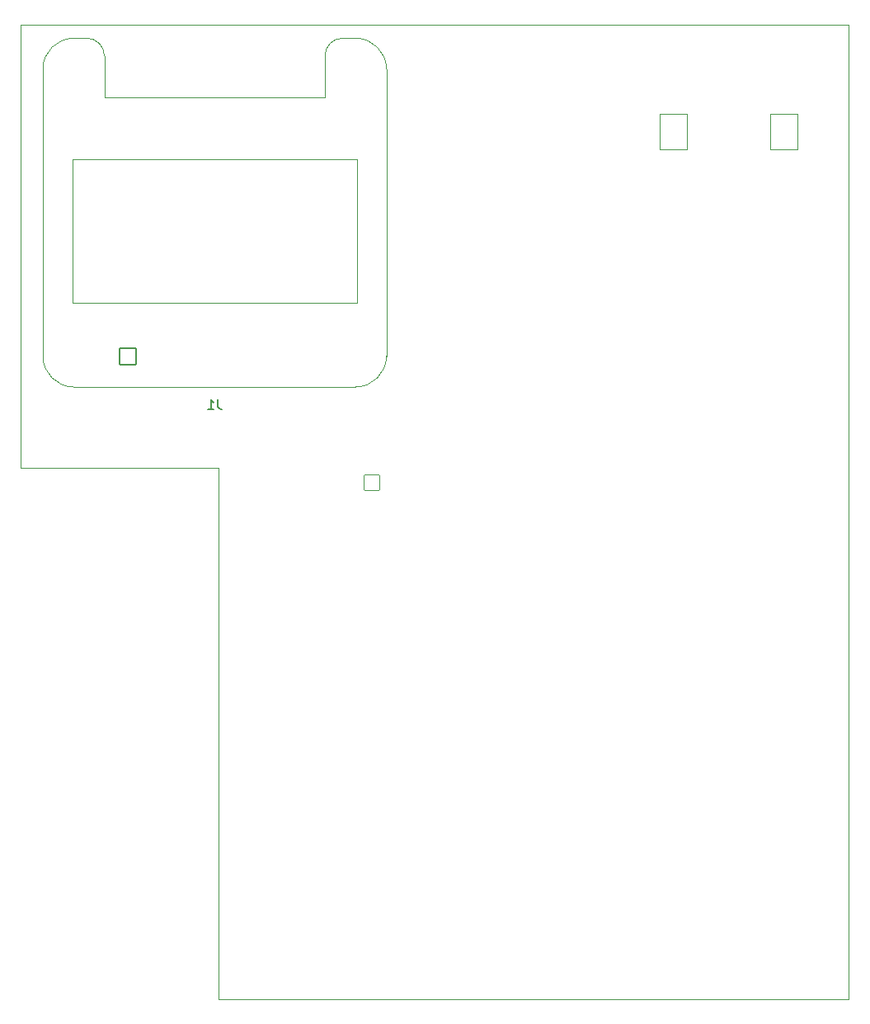
<source format=gbo>
%TF.GenerationSoftware,KiCad,Pcbnew,8.0.3*%
%TF.CreationDate,2024-07-30T19:30:49-07:00*%
%TF.ProjectId,ardxp1,61726478-7031-42e6-9b69-6361645f7063,v0.1*%
%TF.SameCoordinates,Original*%
%TF.FileFunction,Legend,Bot*%
%TF.FilePolarity,Positive*%
%FSLAX46Y46*%
G04 Gerber Fmt 4.6, Leading zero omitted, Abs format (unit mm)*
G04 Created by KiCad (PCBNEW 8.0.3) date 2024-07-30 19:30:49*
%MOMM*%
%LPD*%
G01*
G04 APERTURE LIST*
G04 Aperture macros list*
%AMRoundRect*
0 Rectangle with rounded corners*
0 $1 Rounding radius*
0 $2 $3 $4 $5 $6 $7 $8 $9 X,Y pos of 4 corners*
0 Add a 4 corners polygon primitive as box body*
4,1,4,$2,$3,$4,$5,$6,$7,$8,$9,$2,$3,0*
0 Add four circle primitives for the rounded corners*
1,1,$1+$1,$2,$3*
1,1,$1+$1,$4,$5*
1,1,$1+$1,$6,$7*
1,1,$1+$1,$8,$9*
0 Add four rect primitives between the rounded corners*
20,1,$1+$1,$2,$3,$4,$5,0*
20,1,$1+$1,$4,$5,$6,$7,0*
20,1,$1+$1,$6,$7,$8,$9,0*
20,1,$1+$1,$8,$9,$2,$3,0*%
G04 Aperture macros list end*
%ADD10C,0.150000*%
%ADD11C,0.120000*%
%ADD12RoundRect,0.050000X0.800000X-0.800000X0.800000X0.800000X-0.800000X0.800000X-0.800000X-0.800000X0*%
%ADD13O,1.700000X1.700000*%
%ADD14C,1.500000*%
%ADD15O,1.500000X1.500000*%
%ADD16C,2.100000*%
%ADD17RoundRect,0.050000X-1.400000X-1.800000X1.400000X-1.800000X1.400000X1.800000X-1.400000X1.800000X0*%
%ADD18C,5.100000*%
%ADD19C,1.800000*%
%ADD20RoundRect,0.050000X-0.850000X-0.850000X0.850000X-0.850000X0.850000X0.850000X-0.850000X0.850000X0*%
%ADD21C,2.800000*%
%TA.AperFunction,Profile*%
%ADD22C,0.050000*%
%TD*%
G04 APERTURE END LIST*
D10*
X60223333Y-78454819D02*
X60223333Y-79169104D01*
X60223333Y-79169104D02*
X60270952Y-79311961D01*
X60270952Y-79311961D02*
X60366190Y-79407200D01*
X60366190Y-79407200D02*
X60509047Y-79454819D01*
X60509047Y-79454819D02*
X60604285Y-79454819D01*
X59223333Y-79454819D02*
X59794761Y-79454819D01*
X59509047Y-79454819D02*
X59509047Y-78454819D01*
X59509047Y-78454819D02*
X59604285Y-78597676D01*
X59604285Y-78597676D02*
X59699523Y-78692914D01*
X59699523Y-78692914D02*
X59794761Y-78740533D01*
D11*
%TO.C,J1*%
X77526000Y-74000000D02*
G75*
G02*
X74368000Y-77158000I-3158000J0D01*
G01*
X74368000Y-41378000D02*
G75*
G02*
X77526000Y-44536000I0J-3158000D01*
G01*
X71210000Y-43188000D02*
G75*
G02*
X73016000Y-41378000I1808000J2000D01*
G01*
X46764000Y-41378000D02*
G75*
G02*
X48570000Y-43188000I-2000J-1808000D01*
G01*
X45412000Y-77158000D02*
G75*
G02*
X42254000Y-74000000I1J3158001D01*
G01*
X42254000Y-44536000D02*
G75*
G02*
X45412000Y-41378000I3158001J-1D01*
G01*
X77526000Y-74000000D02*
X77526000Y-44536000D01*
X74478000Y-68522000D02*
X74478000Y-53824000D01*
X74368000Y-77158000D02*
X45412000Y-77158000D01*
X73018000Y-41378000D02*
X74370000Y-41378000D01*
X71210000Y-47474000D02*
X71210000Y-43186000D01*
X48570000Y-47474000D02*
X71210000Y-47474000D01*
X48570000Y-47474000D02*
X48570000Y-43186000D01*
X46762000Y-41378000D02*
X45410000Y-41378000D01*
X45302000Y-68522000D02*
X74478000Y-68522000D01*
X45302000Y-68522000D02*
X45302000Y-53824000D01*
X45302000Y-53824000D02*
X74478000Y-53824000D01*
X42254000Y-74000000D02*
X42254000Y-44536000D01*
%TD*%
%LPC*%
D12*
%TO.C,A1*%
X76000000Y-87000000D03*
D13*
X78540000Y-87000000D03*
X81080000Y-87000000D03*
X83620000Y-87000000D03*
X86160000Y-87000000D03*
X88700000Y-87000000D03*
X91240000Y-87000000D03*
X93780000Y-87000000D03*
X98860000Y-87000000D03*
X101400000Y-87000000D03*
X103940000Y-87000000D03*
X106480000Y-87000000D03*
X109020000Y-87000000D03*
X111560000Y-87000000D03*
X111560000Y-135260000D03*
X109020000Y-135260000D03*
X106480000Y-135260000D03*
X103940000Y-135260000D03*
X101400000Y-135260000D03*
X98860000Y-135260000D03*
X96320000Y-135260000D03*
X93780000Y-135260000D03*
X89720000Y-135260000D03*
X87180000Y-135260000D03*
X84640000Y-135260000D03*
X82100000Y-135260000D03*
X79560000Y-135260000D03*
X77020000Y-135260000D03*
X74480000Y-135260000D03*
X71940000Y-135260000D03*
X69400000Y-135260000D03*
X66860000Y-135260000D03*
%TD*%
D14*
%TO.C,R1*%
X115000000Y-67000000D03*
D15*
X109920000Y-67000000D03*
%TD*%
D14*
%TO.C,R2*%
X100920000Y-64000000D03*
D15*
X95840000Y-64000000D03*
%TD*%
D14*
%TO.C,R3*%
X89000000Y-64000000D03*
D15*
X83920000Y-64000000D03*
%TD*%
D16*
%TO.C,S1*%
X110200000Y-44000000D03*
X115200000Y-44000000D03*
D17*
X107000000Y-51000000D03*
X118400000Y-51000000D03*
D16*
X110200000Y-58500000D03*
X115200000Y-58500000D03*
X112700000Y-58500000D03*
%TD*%
%TO.C,SW1*%
X95000000Y-44000000D03*
X101500000Y-44000000D03*
X95000000Y-48500000D03*
X101500000Y-48500000D03*
%TD*%
%TO.C,SW2*%
X83000000Y-44000000D03*
X89500000Y-44000000D03*
X83000000Y-48500000D03*
X89500000Y-48500000D03*
%TD*%
D18*
%TO.C,H1*%
X120000000Y-135000000D03*
%TD*%
%TO.C,H2*%
X95000000Y-55000000D03*
%TD*%
%TO.C,H3*%
X45000000Y-81500000D03*
%TD*%
D19*
%TO.C,J1*%
X68780000Y-74000000D03*
X66240000Y-74000000D03*
X63700000Y-74000000D03*
X61160000Y-74000000D03*
X58620000Y-74000000D03*
X56080000Y-74000000D03*
X53540000Y-74000000D03*
D20*
X51000000Y-74000000D03*
D21*
X74368000Y-74000000D03*
X74368000Y-44536000D03*
X45412000Y-74000000D03*
X45412000Y-44536000D03*
%TD*%
%LPD*%
D22*
X40000000Y-40000000D02*
X40000000Y-85500000D01*
X60320000Y-85500000D02*
X60325000Y-140000000D01*
X40000000Y-85500000D02*
X60320000Y-85500000D01*
X60325000Y-140000000D02*
X125000000Y-140000000D01*
X125000000Y-40000000D02*
X40000000Y-40000000D01*
X125000000Y-140000000D02*
X125000000Y-40000000D01*
M02*

</source>
